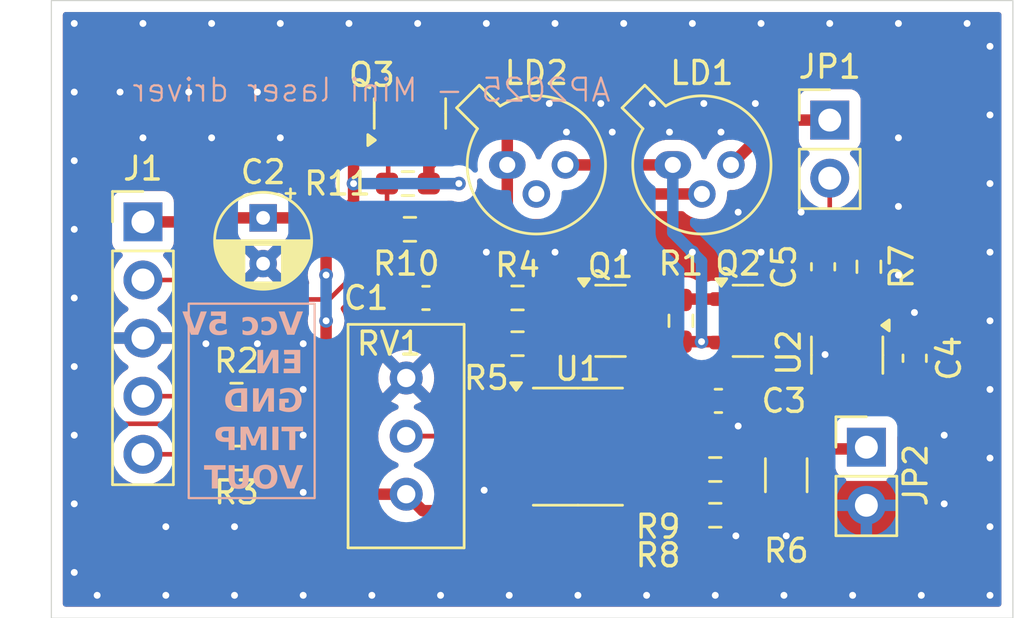
<source format=kicad_pcb>
(kicad_pcb (version 20240108) (generator "pcbnew") (generator_version "8.0")
  (layers (0 "F.Cu" signal) (31 "B.Cu" signal) (34 "B.Paste" user) (35 "F.Paste" user) (36 "B.SilkS" user "B.Silkscreen") (37 "F.SilkS" user "F.Silkscreen") (38 "B.Mask" user) (39 "F.Mask" user) (44 "Edge.Cuts" user))
  (net 0 "")
  (net 1 "Net-(C1-Pad1)")
  (net 2 "Net-(U1A--)")
  (net 3 "VCC")
  (net 4 "GND")
  (net 5 "Net-(JP1-B)")
  (net 6 "V_transimpedance")
  (net 7 "Enable")
  (net 8 "Net-(J1-Pin_4)")
  (net 9 "Net-(J1-Pin_5)")
  (net 10 "Net-(JP1-A)")
  (net 11 "Net-(JP2-A)")
  (net 12 "Net-(LD2-K)")
  (net 13 "Net-(LD2-A)")
  (net 14 "Net-(Q1-C)")
  (net 15 "Net-(Q1-B)")
  (net 16 "Net-(Q3-G)")
  (net 17 "V_amplifier")
  (net 18 "Net-(U1B--)")
  (net 19 "Net-(U1A-+)")
  (footprint "Connector_PinHeader_2.54mm:PinHeader_1x05_P2.54mm_Vertical" (layer "F.Cu") (at 611 36.675)
    (property "Reference" "J1" (at 0 -2.33 360) (layer "F.SilkS"))
    (property "Value" "Conn_01x05_Pin")
    (pad "1" thru_hole rect (at 0 0) (size 1.7 1.7) (drill 1) (layers "*.Cu" "*.Mask") (net 3 "VCC"))
    (pad "2" thru_hole oval (at 0 2.54) (size 1.7 1.7) (drill 1) (layers "*.Cu" "*.Mask") (net 7 "Enable"))
    (pad "3" thru_hole oval (at 0 5.08) (size 1.7 1.7) (drill 1) (layers "*.Cu" "*.Mask") (net 4 "GND"))
    (pad "4" thru_hole oval (at 0 7.62) (size 1.7 1.7) (drill 1) (layers "*.Cu" "*.Mask") (net 8 "Net-(J1-Pin_4)"))
    (pad "5" thru_hole oval (at 0 10.16) (size 1.7 1.7) (drill 1) (layers "*.Cu" "*.Mask") (net 9 "Net-(J1-Pin_5)"))
  )
  (footprint "Resistor_SMD:R_0603_1608Metric_Pad0.98x0.95mm_HandSolder" (layer "F.Cu") (at 615.0875 47 180)
    (property "Reference" "R3" (at 0 -1.5 360) (layer "F.SilkS"))
    (property "Value" "100")
    (pad "1" smd roundrect (at -0.9125 0 180) (size 0.975 0.95) (layers "F.Cu" "F.Paste" "F.Mask") (net 17 "V_amplifier"))
    (pad "2" smd roundrect (at 0.9125 0 180) (size 0.975 0.95) (layers "F.Cu" "F.Paste" "F.Mask") (net 9 "Net-(J1-Pin_5)"))
  )
  (footprint "Resistor_SMD:R_1206_3216Metric_Pad1.30x1.75mm_HandSolder" (layer "F.Cu") (at 639.1 47.75 90)
    (property "Reference" "R6" (at -3.3 0 180) (layer "F.SilkS"))
    (property "Value" "R")
    (pad "1" smd roundrect (at -1.55 0 90) (size 1.3 1.75) (layers "F.Cu" "F.Paste" "F.Mask") (roundrect_rratio 0.192308) (net 4 "GND"))
    (pad "2" smd roundrect (at 1.55 0 90) (size 1.3 1.75) (layers "F.Cu" "F.Paste" "F.Mask") (roundrect_rratio 0.192308) (net 11 "Net-(JP2-A)"))
  )
  (footprint "Resistor_SMD:R_0603_1608Metric_Pad0.98x0.95mm_HandSolder" (layer "F.Cu") (at 622.6625 37)
    (property "Reference" "R10" (at -0.1625 1.5 180) (layer "F.SilkS"))
    (property "Value" "100")
    (pad "1" smd roundrect (at -0.9125 0) (size 0.975 0.95) (layers "F.Cu" "F.Paste" "F.Mask") (net 16 "Net-(Q3-G)"))
    (pad "2" smd roundrect (at 0.9125 0) (size 0.975 0.95) (layers "F.Cu" "F.Paste" "F.Mask") (net 7 "Enable"))
  )
  (footprint "Resistor_SMD:R_0603_1608Metric_Pad0.98x0.95mm_HandSolder" (layer "F.Cu") (at 622.575 35 180)
    (property "Reference" "R11" (at 3.075 0 180) (layer "F.SilkS"))
    (property "Value" "10k")
    (pad "1" smd roundrect (at -0.9125 0 180) (size 0.975 0.95) (layers "F.Cu" "F.Paste" "F.Mask") (net 3 "VCC"))
    (pad "2" smd roundrect (at 0.9125 0 180) (size 0.975 0.95) (layers "F.Cu" "F.Paste" "F.Mask") (net 16 "Net-(Q3-G)"))
  )
  (footprint "Capacitor_THT:CP_Radial_D4.0mm_P2.00mm" (layer "F.Cu") (at 616.25 36.5 -90)
    (property "Reference" "C2" (at -2 0 180) (layer "F.SilkS"))
    (property "Value" "10u")
    (pad "1" thru_hole rect (at 0 0 270) (size 1.2 1.2) (drill 0.6) (layers "*.Cu" "*.Mask") (net 3 "VCC"))
    (pad "2" thru_hole circle (at 2 0 270) (size 1.2 1.2) (drill 0.6) (layers "*.Cu" "*.Mask") (net 4 "GND"))
  )
  (footprint "Resistor_SMD:R_0603_1608Metric_Pad0.98x0.95mm_HandSolder" (layer "F.Cu") (at 627.3625 42)
    (property "Reference" "R5" (at -1.3625 1.5 0) (layer "F.SilkS"))
    (property "Value" "1k")
    (pad "1" smd roundrect (at -0.9125 0) (size 0.975 0.95) (layers "F.Cu" "F.Paste" "F.Mask") (net 2 "Net-(U1A--)"))
    (pad "2" smd roundrect (at 0.9125 0) (size 0.975 0.95) (layers "F.Cu" "F.Paste" "F.Mask") (net 11 "Net-(JP2-A)"))
  )
  (footprint "Capacitor_SMD:C_0603_1608Metric_Pad1.08x0.95mm_HandSolder" (layer "F.Cu") (at 636.1375 44.5)
    (property "Reference" "C3" (at 2.8625 0 360) (layer "F.SilkS"))
    (property "Value" "100n")
    (pad "1" smd roundrect (at -0.8625 0) (size 1.075 0.95) (layers "F.Cu" "F.Paste" "F.Mask") (net 3 "VCC"))
    (pad "2" smd roundrect (at 0.8625 0) (size 1.075 0.95) (layers "F.Cu" "F.Paste" "F.Mask") (net 4 "GND"))
  )
  (footprint "Capacitor_SMD:C_0603_1608Metric_Pad1.08x0.95mm_HandSolder" (layer "F.Cu") (at 644.71 42.6375 90)
    (property "Reference" "C4" (at 0 1.5 90) (layer "F.SilkS"))
    (property "Value" "100n")
    (pad "1" smd roundrect (at -0.8625 0 90) (size 1.075 0.95) (layers "F.Cu" "F.Paste" "F.Mask") (net 3 "VCC"))
    (pad "2" smd roundrect (at 0.8625 0 90) (size 1.075 0.95) (layers "F.Cu" "F.Paste" "F.Mask") (net 4 "GND"))
  )
  (footprint "Package_TO_SOT_SMD:TSOT-23-5" (layer "F.Cu") (at 641.76 42.5 -90)
    (property "Reference" "U2" (at -0.1125 2.55 90) (layer "F.SilkS"))
    (property "Value" "AD8605")
    (pad "1" smd roundrect (at -1.1375 -0.95 270) (size 1.325 0.6) (layers "F.Cu" "F.Paste" "F.Mask") (net 6 "V_transimpedance"))
    (pad "2" smd roundrect (at -1.1375 0 270) (size 1.325 0.6) (layers "F.Cu" "F.Paste" "F.Mask") (net 4 "GND"))
    (pad "3" smd roundrect (at -1.1375 0.95 270) (size 1.325 0.6) (layers "F.Cu" "F.Paste" "F.Mask") (net 4 "GND"))
    (pad "4" smd roundrect (at 1.1375 0.95 270) (size 1.325 0.6) (layers "F.Cu" "F.Paste" "F.Mask") (net 5 "Net-(JP1-B)"))
    (pad "5" smd roundrect (at 1.1375 -0.95 270) (size 1.325 0.6) (layers "F.Cu" "F.Paste" "F.Mask") (net 3 "VCC"))
  )
  (footprint "Resistor_SMD:R_0603_1608Metric_Pad0.98x0.95mm_HandSolder" (layer "F.Cu") (at 627.3625 40)
    (property "Reference" "R4" (at 0 -1.43 0) (layer "F.SilkS"))
    (property "Value" "100")
    (pad "1" smd roundrect (at -0.9125 0) (size 0.975 0.95) (layers "F.Cu" "F.Paste" "F.Mask") (net 1 "Net-(C1-Pad1)"))
    (pad "2" smd roundrect (at 0.9125 0) (size 0.975 0.95) (layers "F.Cu" "F.Paste" "F.Mask") (net 15 "Net-(Q1-B)"))
  )
  (footprint "Resistor_SMD:R_0603_1608Metric_Pad0.98x0.95mm_HandSolder" (layer "F.Cu") (at 636 49.5 180)
    (property "Reference" "R8" (at 2.5 -1.75 360) (layer "F.SilkS"))
    (property "Value" "100k")
    (pad "1" smd roundrect (at -0.9125 0 180) (size 0.975 0.95) (layers "F.Cu" "F.Paste" "F.Mask") (net 4 "GND"))
    (pad "2" smd roundrect (at 0.9125 0 180) (size 0.975 0.95) (layers "F.Cu" "F.Paste" "F.Mask") (net 18 "Net-(U1B--)"))
  )
  (footprint "Package_TO_SOT_SMD:SOT-23" (layer "F.Cu") (at 637.425 41)
    (property "Reference" "Q2" (at -0.425 -2.5 0) (layer "F.SilkS"))
    (property "Value" "MMBT3906")
    (pad "1" smd roundrect (at -0.9375 -0.95) (size 1.475 0.6) (layers "F.Cu" "F.Paste" "F.Mask") (net 14 "Net-(Q1-C)"))
    (pad "2" smd roundrect (at -0.9375 0.95) (size 1.475 0.6) (layers "F.Cu" "F.Paste" "F.Mask") (net 12 "Net-(LD2-K)"))
    (pad "3" smd roundrect (at 0.9375 0) (size 1.475 0.6) (layers "F.Cu" "F.Paste" "F.Mask") (net 11 "Net-(JP2-A)"))
  )
  (footprint "Resistor_SMD:R_0603_1608Metric_Pad0.98x0.95mm_HandSolder" (layer "F.Cu") (at 642.71 38.6375 -90)
    (property "Reference" "R7" (at 0 -1.43 90) (layer "F.SilkS"))
    (property "Value" "100")
    (pad "1" smd roundrect (at -0.9125 0 270) (size 0.975 0.95) (layers "F.Cu" "F.Paste" "F.Mask") (net 5 "Net-(JP1-B)"))
    (pad "2" smd roundrect (at 0.9125 0 270) (size 0.975 0.95) (layers "F.Cu" "F.Paste" "F.Mask") (net 6 "V_transimpedance"))
  )
  (footprint "Resistor_SMD:R_0603_1608Metric_Pad0.98x0.95mm_HandSolder" (layer "F.Cu") (at 615.0875 44.25 180)
    (property "Reference" "R2" (at 0 1.5 360) (layer "F.SilkS"))
    (property "Value" "100")
    (pad "1" smd roundrect (at -0.9125 0 180) (size 0.975 0.95) (layers "F.Cu" "F.Paste" "F.Mask") (net 6 "V_transimpedance"))
    (pad "2" smd roundrect (at 0.9125 0 180) (size 0.975 0.95) (layers "F.Cu" "F.Paste" "F.Mask") (net 8 "Net-(J1-Pin_4)"))
  )
  (footprint "Package_TO_SOT_THT:TO-18-3_Window" (layer "F.Cu") (at 634.144724 34.184724)
    (property "Reference" "LD1" (at 1.27 -4.02 0) (layer "F.SilkS"))
    (property "Value" "D_Laser_Photo_NType")
    (pad "1" thru_hole oval (at 0 0) (size 1.6 1.2) (drill 0.7) (layers "*.Cu" "*.Mask") (net 12 "Net-(LD2-K)"))
    (pad "2" thru_hole circle (at 1.27 1.27) (size 1.2 1.2) (drill 0.7) (layers "*.Cu" "*.Mask") (net 13 "Net-(LD2-A)"))
    (pad "3" thru_hole circle (at 2.54 0) (size 1.2 1.2) (drill 0.7) (layers "*.Cu" "*.Mask") (net 10 "Net-(JP1-A)"))
  )
  (footprint "Package_TO_SOT_SMD:SOT-23" (layer "F.Cu") (at 631.425 41)
    (property "Reference" "Q1" (at 0 -2.4 0) (layer "F.SilkS"))
    (property "Value" "MMBT3904")
    (pad "1" smd roundrect (at -0.9375 -0.95) (size 1.475 0.6) (layers "F.Cu" "F.Paste" "F.Mask") (net 15 "Net-(Q1-B)"))
    (pad "2" smd roundrect (at -0.9375 0.95) (size 1.475 0.6) (layers "F.Cu" "F.Paste" "F.Mask") (net 11 "Net-(JP2-A)"))
    (pad "3" smd roundrect (at 0.9375 0) (size 1.475 0.6) (layers "F.Cu" "F.Paste" "F.Mask") (net 14 "Net-(Q1-C)"))
  )
  (footprint "Connector_PinHeader_2.54mm:PinHeader_1x02_P2.54mm_Vertical" (layer "F.Cu") (at 641 32.225)
    (property "Reference" "JP1" (at 0 -2.33 360) (layer "F.SilkS"))
    (property "Value" "Jumper_2_Bridged")
    (pad "1" thru_hole rect (at 0 0) (size 1.7 1.7) (drill 1) (layers "*.Cu" "*.Mask") (net 10 "Net-(JP1-A)"))
    (pad "2" thru_hole oval (at 0 2.54) (size 1.7 1.7) (drill 1) (layers "*.Cu" "*.Mask") (net 5 "Net-(JP1-B)"))
  )
  (footprint "Package_TO_SOT_SMD:SOT-23" (layer "F.Cu") (at 622.6625 31.9375 90)
    (property "Reference" "Q3" (at 1.6875 -1.6625 180) (layer "F.SilkS"))
    (property "Value" "BSS83P")
    (pad "1" smd roundrect (at -0.9375 -0.95 90) (size 1.475 0.6) (layers "F.Cu" "F.Paste" "F.Mask") (net 16 "Net-(Q3-G)"))
    (pad "2" smd roundrect (at -0.9375 0.95 90) (size 1.475 0.6) (layers "F.Cu" "F.Paste" "F.Mask") (net 3 "VCC"))
    (pad "3" smd roundrect (at 0.9375 0 90) (size 1.475 0.6) (layers "F.Cu" "F.Paste" "F.Mask") (net 13 "Net-(LD2-A)"))
  )
  (footprint "Resistor_SMD:R_0603_1608Metric_Pad0.98x0.95mm_HandSolder" (layer "F.Cu") (at 634.5 41 90)
    (property "Reference" "R1" (at 2.5 0 180) (layer "F.SilkS"))
    (property "Value" "50")
    (pad "1" smd roundrect (at -0.9125 0 90) (size 0.975 0.95) (layers "F.Cu" "F.Paste" "F.Mask") (net 12 "Net-(LD2-K)"))
    (pad "2" smd roundrect (at 0.9125 0 90) (size 0.975 0.95) (layers "F.Cu" "F.Paste" "F.Mask") (net 14 "Net-(Q1-C)"))
  )
  (footprint "Connector_PinHeader_2.54mm:PinHeader_1x02_P2.54mm_Vertical" (layer "F.Cu") (at 642.6 46.525)
    (property "Reference" "JP2" (at 2.15 1.225 90) (layer "F.SilkS"))
    (property "Value" "Jumper_2_Bridged")
    (pad "1" thru_hole rect (at 0 0) (size 1.7 1.7) (drill 1) (layers "*.Cu" "*.Mask") (net 11 "Net-(JP2-A)"))
    (pad "2" thru_hole oval (at 0 2.54) (size 1.7 1.7) (drill 1) (layers "*.Cu" "*.Mask") (net 4 "GND"))
  )
  (footprint "Capacitor_SMD:C_0603_1608Metric_Pad1.08x0.95mm_HandSolder" (layer "F.Cu") (at 623.3625 40 180)
    (property "Reference" "C1" (at 2.6125 0 360) (layer "F.SilkS"))
    (property "Value" "100p")
    (pad "1" smd roundrect (at -0.8625 0 180) (size 1.075 0.95) (layers "F.Cu" "F.Paste" "F.Mask") (net 1 "Net-(C1-Pad1)"))
    (pad "2" smd roundrect (at 0.8625 0 180) (size 1.075 0.95) (layers "F.Cu" "F.Paste" "F.Mask") (net 2 "Net-(U1A--)"))
  )
  (footprint "Potentiometer_THT:Potentiometer_Bourns_3296W_Vertical" (layer "F.Cu") (at 622.5 48.58 -90)
    (property "Reference" "RV1" (at -6.58 0.75 180) (layer "F.SilkS"))
    (property "Value" "R_Potentiometer")
    (pad "1" thru_hole circle (at 0 0 270) (size 1.44 1.44) (drill 0.8) (layers "*.Cu" "*.Mask") (net 3 "VCC"))
    (pad "2" thru_hole circle (at -2.54 0 270) (size 1.44 1.44) (drill 0.8) (layers "*.Cu" "*.Mask") (net 19 "Net-(U1A-+)"))
    (pad "3" thru_hole circle (at -5.08 0 270) (size 1.44 1.44) (drill 0.8) (layers "*.Cu" "*.Mask") (net 4 "GND"))
  )
  (footprint "Package_TO_SOT_THT:TO-18-3_Window" (layer "F.Cu") (at 626.914724 34.184724)
    (property "Reference" "LD2" (at 1.27 -4.02 0) (layer "F.SilkS"))
    (property "Value" "D_Laser_1A3C")
    (pad "1" thru_hole oval (at 0 0) (size 1.6 1.2) (drill 0.7) (layers "*.Cu" "*.Mask") (net 13 "Net-(LD2-A)"))
    (pad "2" thru_hole circle (at 1.27 1.27) (size 1.2 1.2) (drill 0.7) (layers "*.Cu" "*.Mask"))
    (pad "3" thru_hole circle (at 2.54 0) (size 1.2 1.2) (drill 0.7) (layers "*.Cu" "*.Mask") (net 12 "Net-(LD2-K)"))
  )
  (footprint "Package_SO:SOIC-8_3.9x4.9mm_P1.27mm" (layer "F.Cu") (at 630 46.5)
    (property "Reference" "U1" (at 0 -3.4 0) (layer "F.SilkS"))
    (property "Value" "LMV358")
    (pad "1" smd roundrect (at -2.475 -1.905) (size 1.95 0.6) (layers "F.Cu" "F.Paste" "F.Mask") (net 1 "Net-(C1-Pad1)"))
    (pad "2" smd roundrect (at -2.475 -0.635) (size 1.95 0.6) (layers "F.Cu" "F.Paste" "F.Mask") (net 2 "Net-(U1A--)"))
    (pad "3" smd roundrect (at -2.475 0.635) (size 1.95 0.6) (layers "F.Cu" "F.Paste" "F.Mask") (net 19 "Net-(U1A-+)"))
    (pad "4" smd roundrect (at -2.475 1.905) (size 1.95 0.6) (layers "F.Cu" "F.Paste" "F.Mask") (net 4 "GND"))
    (pad "5" smd roundrect (at 2.475 1.905) (size 1.95 0.6) (layers "F.Cu" "F.Paste" "F.Mask") (net 6 "V_transimpedance"))
    (pad "6" smd roundrect (at 2.475 0.635) (size 1.95 0.6) (layers "F.Cu" "F.Paste" "F.Mask") (net 18 "Net-(U1B--)"))
    (pad "7" smd roundrect (at 2.475 -0.635) (size 1.95 0.6) (layers "F.Cu" "F.Paste" "F.Mask") (net 17 "V_amplifier"))
    (pad "8" smd roundrect (at 2.475 -1.905) (size 1.95 0.6) (layers "F.Cu" "F.Paste" "F.Mask") (net 3 "VCC"))
  )
  (footprint "Capacitor_SMD:C_0603_1608Metric_Pad1.08x0.95mm_HandSolder" (layer "F.Cu") (at 640.71 38.6375 -90)
    (property "Reference" "C5" (at 0 1.71 90) (layer "F.SilkS"))
    (property "Value" "100p")
    (pad "1" smd roundrect (at -0.8625 0 270) (size 1.075 0.95) (layers "F.Cu" "F.Paste" "F.Mask") (net 5 "Net-(JP1-B)"))
    (pad "2" smd roundrect (at 0.8625 0 270) (size 1.075 0.95) (layers "F.Cu" "F.Paste" "F.Mask") (net 6 "V_transimpedance"))
  )
  (footprint "Resistor_SMD:R_0603_1608Metric_Pad0.98x0.95mm_HandSolder" (layer "F.Cu") (at 636 47.5 180)
    (property "Reference" "R9" (at 2.5 -2.5 360) (layer "F.SilkS"))
    (property "Value" "100k")
    (pad "1" smd roundrect (at -0.9125 0 180) (size 0.975 0.95) (layers "F.Cu" "F.Paste" "F.Mask") (net 17 "V_amplifier"))
    (pad "2" smd roundrect (at 0.9125 0 180) (size 0.975 0.95) (layers "F.Cu" "F.Paste" "F.Mask") (net 18 "Net-(U1B--)"))
  )
  (gr_rect (start 613 40.25) (end 618.5 48.75) (stroke (width 0.1)) (fill none) (layer "B.SilkS"))
  (gr_rect (start 607 27) (end 649 54) (stroke (width 0.05)) (fill none) (layer "Edge.Cuts"))
  (gr_text "Vcc 5V\nEN\nGND\nTIMP\nVOUT" (at 618 48.5 0) (layer "B.SilkS") (effects (font (size 1 1) (thickness 0.2) (bold yes)) (justify left bottom mirror)))
  (gr_text "AP2025 - Mini laser driver" (at 631.5 31.5 0) (layer "B.SilkS") (effects (font (size 1 1) (thickness 0.1)) (justify left bottom mirror)))
  (segment (start 626.45 40) (end 627.3 40.85) (width 0.2) (layer "F.Cu") (net 1))
  (segment (start 627.3 44.37) (end 627.525 44.595) (width 0.2) (layer "F.Cu") (net 1))
  (segment (start 626.45 40) (end 624.225 40) (width 0.2) (layer "F.Cu") (net 1))
  (segment (start 627.3 40.85) (end 627.3 44.37) (width 0.2) (layer "F.Cu") (net 1))
  (segment (start 624.25 41.25) (end 623 41.25) (width 0.2) (layer "F.Cu") (net 2))
  (segment (start 625 42.75) (end 625 42) (width 0.2) (layer "F.Cu") (net 2))
  (segment (start 627.525 45.865) (end 625.365 45.865) (width 0.2) (layer "F.Cu") (net 2))
  (segment (start 625 43.25) (end 625 42.75) (width 0.2) (layer "F.Cu") (net 2))
  (segment (start 625.75 42) (end 626.45 42) (width 0.2) (layer "F.Cu") (net 2))
  (segment (start 622.5 40.75) (end 622.5 40) (width 0.2) (layer "F.Cu") (net 2))
  (segment (start 625 42) (end 624.25 41.25) (width 0.2) (layer "F.Cu") (net 2))
  (segment (start 625.5 42.25) (end 625.75 42) (width 0.2) (layer "F.Cu") (net 2))
  (segment (start 625.5 42.25) (end 625 42.75) (width 0.2) (layer "F.Cu") (net 2))
  (segment (start 625 45.5) (end 625 43.25) (width 0.2) (layer "F.Cu") (net 2))
  (segment (start 625.365 45.865) (end 625 45.5) (width 0.2) (layer "F.Cu") (net 2))
  (segment (start 623 41.25) (end 622.5 40.75) (width 0.2) (layer "F.Cu") (net 2))
  (segment (start 634.1 44.5) (end 634 44.6) (width 0.5) (layer "F.Cu") (net 3))
  (segment (start 622.5 48.58) (end 619.58 48.58) (width 0.5) (layer "F.Cu") (net 3))
  (segment (start 619 37.8) (end 617.7 36.5) (width 0.5) (layer "F.Cu") (net 3))
  (segment (start 617.7 36.5) (end 619.5 36.5) (width 0.5) (layer "F.Cu") (net 3))
  (segment (start 629.2 49.3) (end 623.22 49.3) (width 0.5) (layer "F.Cu") (net 3))
  (segment (start 620.2 35.8) (end 620.2 35) (width 0.5) (layer "F.Cu") (net 3))
  (segment (start 642.75 29.75) (end 645.635 32.635) (width 0.5) (layer "F.Cu") (net 3))
  (segment (start 645.635 42.575) (end 644.71 43.5) (width 0.5) (layer "F.Cu") (net 3))
  (segment (start 619.5 36.5) (end 620.2 35.8) (width 0.5) (layer "F.Cu") (net 3))
  (segment (start 620.2 35) (end 620.2 30.9) (width 0.5) (layer "F.Cu") (net 3))
  (segment (start 629.75 48.75) (end 629.2 49.3) (width 0.5) (layer "F.Cu") (net 3))
  (segment (start 611 36.675) (end 613.5 36.675) (width 0.5) (layer "F.Cu") (net 3))
  (segment (start 620.2 30.9) (end 621.35 29.75) (width 0.5) (layer "F.Cu") (net 3))
  (segment (start 623.4875 34.2125) (end 623.6125 34.0875) (width 0.5) (layer "F.Cu") (net 3))
  (segment (start 635.275 44.5) (end 634.1 44.5) (width 0.5) (layer "F.Cu") (net 3))
  (segment (start 623.4875 33) (end 623.6125 32.875) (width 0.2) (layer "F.Cu") (net 3))
  (segment (start 632.48 44.6) (end 632.475 44.595) (width 0.5) (layer "F.Cu") (net 3))
  (segment (start 630.405 44.595) (end 629.75 45.25) (width 0.5) (layer "F.Cu") (net 3))
  (segment (start 613.675 36.5) (end 613.5 36.675) (width 0.5) (layer "F.Cu") (net 3))
  (segment (start 619 48) (end 619 41) (width 0.5) (layer "F.Cu") (net 3))
  (segment (start 624.8 35) (end 623.4875 35) (width 0.5) (layer "F.Cu") (net 3))
  (segment (start 616.25 36.5) (end 617.7 36.5) (width 0.5) (layer "F.Cu") (net 3))
  (segment (start 619 39) (end 619 37.8) (width 0.5) (layer "F.Cu") (net 3))
  (segment (start 643.5 43.6375) (end 642.71 43.6375) (width 0.5) (layer "F.Cu") (net 3))
  (segment (start 629.75 45.25) (end 629.75 48.75) (width 0.5) (layer "F.Cu") (net 3))
  (segment (start 643.6375 43.5) (end 643.5 43.6375) (width 0.5) (layer "F.Cu") (net 3))
  (segment (start 623.4875 35) (end 623.4875 34.2125) (width 0.5) (layer "F.Cu") (net 3))
  (segment (start 645.635 32.635) (end 645.635 42.575) (width 0.5) (layer "F.Cu") (net 3))
  (segment (start 621.35 29.75) (end 642.75 29.75) (width 0.5) (layer "F.Cu") (net 3))
  (segment (start 623.6125 34.0875) (end 623.6125 32.875) (width 0.5) (layer "F.Cu") (net 3))
  (segment (start 619.58 48.58) (end 619 48) (width 0.5) (layer "F.Cu") (net 3))
  (segment (start 632.475 44.595) (end 630.405 44.595) (width 0.5) (layer "F.Cu") (net 3))
  (segment (start 623.22 49.3) (end 622.5 48.58) (width 0.5) (layer "F.Cu") (net 3))
  (segment (start 644.71 43.5) (end 643.6375 43.5) (width 0.5) (layer "F.Cu") (net 3))
  (segment (start 634 44.6) (end 632.48 44.6) (width 0.5) (layer "F.Cu") (net 3))
  (segment (start 616.25 36.5) (end 613.675 36.5) (width 0.5) (layer "F.Cu") (net 3))
  (via (at 619 39) (size 0.6) (drill 0.3) (layers "F.Cu" "B.Cu") (net 3))
  (via (at 624.8 35) (size 0.6) (drill 0.3) (layers "F.Cu" "B.Cu") (net 3))
  (via (at 619 41) (size 0.6) (drill 0.3) (layers "F.Cu" "B.Cu") (net 3))
  (via (at 620.2 35) (size 0.6) (drill 0.3) (layers "F.Cu" "B.Cu") (net 3))
  (segment (start 619 41) (end 619 39) (width 0.5) (layer "B.Cu") (net 3))
  (segment (start 620.2 35) (end 624.8 35) (width 0.5) (layer "B.Cu") (net 3))
  (segment (start 637 44.5) (end 637 45.6) (width 0.2) (layer "F.Cu") (net 4))
  (segment (start 640.796326 41.376174) (end 640.81 41.3625) (width 0.2) (layer "F.Cu") (net 4))
  (segment (start 641.76 41.3625) (end 640.81 41.3625) (width 0.2) (layer "F.Cu") (net 4))
  (segment (start 639.1 49.3) (end 637.95 49.3) (width 0.5) (layer "F.Cu") (net 4))
  (segment (start 637.75 49.5) (end 636.9125 49.5) (width 0.5) (layer "F.Cu") (net 4))
  (segment (start 640.796326 42.475001) (end 640.796326 41.376174) (width 0.2) (layer "F.Cu") (net 4))
  (segment (start 636.9125 50.3875) (end 636.9 50.4) (width 0.2) (layer "F.Cu") (net 4))
  (segment (start 636.9125 49.5) (end 636.9125 50.3875) (width 0.2) (layer "F.Cu") (net 4))
  (segment (start 637.95 49.3) (end 637.75 49.5) (width 0.5) (layer "F.Cu") (net 4))
  (segment (start 639.1 49.3) (end 639.1 50.4) (width 0.5) (layer "F.Cu") (net 4))
  (segment (start 644.71 41.775) (end 644.71 40.6475) (width 0.5) (layer "F.Cu") (net 4))
  (segment (start 644.71 40.6475) (end 644.7 40.6375) (width 0.5) (layer "F.Cu") (net 4))
  (segment (start 625.905 48.405) (end 627.525 48.405) (width 0.2) (layer "F.Cu") (net 4))
  (via (at 631.5 32.75) (size 0.6) (drill 0.3) (layers "F.Cu" "B.Cu") (net 4))
  (via (at 608 37) (size 0.6) (drill 0.3) (layers "F.Cu" "B.Cu") (net 4))
  (via (at 639.1 50.4) (size 0.6) (drill 0.3) (layers "F.Cu" "B.Cu") (net 4))
  (via (at 614 33) (size 0.6) (drill 0.3) (layers "F.Cu" "B.Cu") (net 4))
  (via (at 648 41) (size 0.6) (drill 0.3) (layers "F.Cu" "B.Cu") (net 4))
  (via (at 621 53) (size 0.6) (drill 0.3) (layers "F.Cu" "B.Cu") (net 4))
  (via (at 648 35) (size 0.6) (drill 0.3) (layers "F.Cu" "B.Cu") (net 4))
  (via (at 635 38) (size 0.6) (drill 0.3) (layers "F.Cu" "B.Cu") (net 4))
  (via (at 630 53) (size 0.6) (drill 0.3) (layers "F.Cu" "B.Cu") (net 4))
  (via (at 636.25 32.75) (size 0.6) (drill 0.3) (layers "F.Cu" "B.Cu") (net 4))
  (via (at 623 28) (size 0.6) (drill 0.3) (layers "F.Cu" "B.Cu") (net 4))
  (via (at 648 38) (size 0.6) (drill 0.3) (layers "F.Cu" "B.Cu") (net 4))
  (via (at 608 49) (size 0.6) (drill 0.3) (layers "F.Cu" "B.Cu") (net 4))
  (via (at 615 53) (size 0.6) (drill 0.3) (layers "F.Cu" "B.Cu") (net 4))
  (via (at 625.905 48.405) (size 0.6) (drill 0.3) (layers "F.Cu" "B.Cu") (net 4))
  (via (at 608 43) (size 0.6) (drill 0.3) (layers "F.Cu" "B.Cu") (net 4))
  (via (at 616 42) (size 0.6) (drill 0.3) (layers "F.Cu" "B.Cu") (net 4))
  (via (at 618 44) (size 0.6) (drill 0.3) (layers "F.Cu" "B.Cu") (net 4))
  (via (at 638 28) (size 0.6) (drill 0.3) (layers "F.Cu" "B.Cu") (net 4))
  (via (at 642 53) (size 0.6) (drill 0.3) (layers "F.Cu" "B.Cu") (net 4))
  (via (at 612 50) (size 0.6) (drill 0.3) (layers "F.Cu" "B.Cu") (net 4))
  (via (at 639.75 36.25) (size 0.6) (drill 0.3) (layers "F.Cu" "B.Cu") (net 4))
  (via (at 617 33) (size 0.6) (drill 0.3) (layers "F.Cu" "B.Cu") (net 4))
  (via (at 627 53) (size 0.6) (drill 0.3) (layers "F.Cu" "B.Cu") (net 4))
  (via (at 641 28) (size 0.6) (drill 0.3) (layers "F.Cu" "B.Cu") (net 4))
  (via (at 648 44) (size 0.6) (drill 0.3) (layers "F.Cu" "B.Cu") (net 4))
  (via (at 637 45.6) (size 0.6) (drill 0.3) (layers "F.Cu" "B.Cu") (net 4))
  (via (at 609 53) (size 0.6) (drill 0.3) (layers "F.Cu" "B.Cu") (net 4))
  (via (at 634 32.75) (size 0.6) (drill 0.3) (layers "F.Cu" "B.Cu") (net 4))
  (via (at 608 46) (size 0.6) (drill 0.3) (layers "F.Cu" "B.Cu") (net 4))
  (via (at 637.75 31.5) (size 0.6) (drill 0.3) (layers "F.Cu" "B.Cu") (net 4))
  (via (at 612 53) (size 0.6) (drill 0.3) (layers "F.Cu" "B.Cu") (net 4))
  (via (at 644.7 40.6375) (size 0.6) (drill 0.3) (layers "F.Cu" "B.Cu") (net 4))
  (via (at 618 42) (size 0.6) (drill 0.3) (layers "F.Cu" "B.Cu") (net 4))
  (via (at 618 48.5) (size 0.6) (drill 0.3) (layers "F.Cu" "B.Cu") (net 4))
  (via (at 608 40) (size 0.6) (drill 0.3) (layers "F.Cu" "B.Cu") (net 4))
  (via (at 608 28) (size 0.6) (drill 0.3) (layers "F.Cu" "B.Cu") (net 4))
  (via (at 646 49) (size 0.6) (drill 0.3) (layers "F.Cu" "B.Cu") (net 4))
  (via (at 608 34) (size 0.6) (drill 0.3) (layers "F.Cu" "B.Cu") (net 4))
  (via (at 620 28) (size 0.6) (drill 0.3) (layers "F.Cu" "B.Cu") (net 4))
  (via (at 638 38) (size 0.6) (drill 0.3) (layers "F.Cu" "B.Cu") (net 4))
  (via (at 648 32) (size 0.6) (drill 0.3) (layers "F.Cu" "B.Cu") (net 4))
  (via (at 644 28) (size 0.6) (drill 0.3) (layers "F.Cu" "B.Cu") (net 4))
  (via (at 631 31.5) (size 0.6) (drill 0.3) (layers "F.Cu" "B.Cu") (net 4))
  (via (at 608 52) (size 0.6) (drill 0.3) (layers "F.Cu" "B.Cu") (net 4))
  (via (at 646 46) (size 0.6) (drill 0.3) (layers "F.Cu" "B.Cu") (net 4))
  (via (at 632 38) (size 0.6) (drill 0.3) (layers "F.Cu" "B.Cu") (net 4))
  (via (at 611 28) (size 0.6) (drill 0.3) (layers "F.Cu" "B.Cu") (net 4))
  (via (at 618 46) (size 0.6) (drill 0.3) (layers "F.Cu" "B.Cu") (net 4))
  (via (at 616 31) (size 0.6) (drill 0.3) (layers "F.Cu" "B.Cu") (net 4))
  (via (at 633 53) (size 0.6) (drill 0.3) (layers "F.Cu" "B.Cu") (net 4))
  (via (at 645 53) (size 0.6) (drill 0.3) (layers "F.Cu" "B.Cu") (net 4))
  (via (at 644 36) (size 0.6) (drill 0.3) (layers "F.Cu" "B.Cu") (net 4))
  (via (at 632 28) (size 0.6) (drill 0.3) (layers "F.Cu" "B.Cu") (net 4))
  (via (at 644 33) (size 0.6) (drill 0.3) (layers "F.Cu" "B.Cu") (net 4))
  (via (at 628.75 31.5) (size 0.6) (drill 0.3) (layers "F.Cu" "B.Cu") (net 4))
  (via (at 614 28) (size 0.6) (drill 0.3) (layers "F.Cu" "B.Cu") (net 4))
  (via (at 617 28) (size 0.6) (drill 0.3) (layers "F.Cu" "B.Cu") (net 4))
  (via (at 629 28) (size 0.6) (drill 0.3) (layers "F.Cu" "B.Cu") (net 4))
  (via (at 648 47) (size 0.6) (drill 0.3) (layers "F.Cu" "B.Cu") (net 4))
  (via (at 648 50) (size 0.6) (drill 0.3) (layers "F.Cu" "B.Cu") (net 4))
  (via (at 611 33) (size 0.6) (drill 0.3) (layers "F.Cu" "B.Cu") (net 4))
  (via (at 624 53) (size 0.6) (drill 0.3) (layers "F.Cu" "B.Cu") (net 4))
  (via (at 637 36.25) (size 0.6) (drill 0.3) (layers "F.Cu" "B.Cu") (net 4))
  (via (at 613 31) (size 0.6) (drill 0.3) (layers "F.Cu" "B.Cu") (net 4))
  (via (at 626 38) (size 0.6) (drill 0.3) (layers "F.Cu" "B.Cu") (net 4))
  (via (at 613.75 42) (size 0.6) (drill 0.3) (layers "F.Cu" "B.Cu") (net 4))
  (via (at 610 31) (size 0.6) (drill 0.3) (layers "F.Cu" "B.Cu") (net 4))
  (via (at 608 31) (size 0.6) (drill 0.3) (layers "F.Cu" "B.Cu") (net 4))
  (via (at 648 53) (size 0.6) (drill 0.3) (layers "F.Cu" "B.Cu") (net 4))
  (via (at 629 38) (size 0.6) (drill 0.3) (layers "F.Cu" "B.Cu") (net 4))
  (via (at 635.5 31.5) (size 0.6) (drill 0.3) (layers "F.Cu" "B.Cu") (net 4))
  (via (at 639 53) (size 0.6) (drill 0.3) (layers "F.Cu" "B.Cu") (net 4))
  (via (at 636 53) (size 0.6) (drill 0.3) (layers "F.Cu" "B.Cu") (net 4))
  (via (at 636.9 50.4) (size 0.6) (drill 0.3) (layers "F.Cu" "B.Cu") (net 4))
  (via (at 644 39) (size 0.6) (drill 0.3) (layers "F.Cu" "B.Cu") (net 4))
  (via (at 626 28) (size 0.6) (drill 0.3) (layers "F.Cu" "B.Cu") (net 4))
  (via (at 635 28) (size 0.6) (drill 0.3) (layers "F.Cu" "B.Cu") (net 4))
  (via (at 615 50) (size 0.6) (drill 0.3) (layers "F.Cu" "B.Cu") (net 4))
  (via (at 618 53) (size 0.6) (drill 0.3) (layers "F.Cu" "B.Cu") (net 4))
  (via (at 629.5 32.75) (size 0.6) (drill 0.3) (layers "F.Cu" "B.Cu") (net 4))
  (via (at 648 29) (size 0.6) (drill 0.3) (layers "F.Cu" "B.Cu") (net 4))
  (via (at 640.796326 42.475001) (size 0.6) (drill 0.3) (layers "F.Cu" "B.Cu") (net 4))
  (via (at 647 28) (size 0.6) (drill 0.3) (layers "F.Cu" "B.Cu") (net 4))
  (via (at 633.25 31.5) (size 0.6) (drill 0.3) (layers "F.Cu" "B.Cu") (net 4))
  (segment (start 642.71 37.725) (end 640.76 37.725) (width 0.2) (layer "F.Cu") (net 5))
  (segment (start 640.81 43.6375) (end 640.21 43.6375) (width 0.2) (layer "F.Cu") (net 5))
  (segment (start 640.71 36.69) (end 641 36.4) (width 0.2) (layer "F.Cu") (net 5))
  (segment (start 641 35.29) (end 641 36.4) (width 0.2) (layer "F.Cu") (net 5))
  (segment (start 639.8 38.685) (end 640.71 37.775) (width 0.2) (layer "F.Cu") (net 5))
  (segment (start 640.76 37.725) (end 640.71 37.775) (width 0.2) (layer "F.Cu") (net 5))
  (segment (start 640.71 37.775) (end 640.71 36.69) (width 0.2) (layer "F.Cu") (net 5))
  (segment (start 639.8 43.2275) (end 639.8 38.685) (width 0.2) (layer "F.Cu") (net 5))
  (segment (start 640.21 43.6375) (end 639.8 43.2275) (width 0.2) (layer "F.Cu") (net 5))
  (segment (start 645 45.975) (end 645 49.75) (width 0.2) (layer "F.Cu") (net 6))
  (segment (start 642.71 41.3625) (end 642.71 39.55) (width 0.2) (layer "F.Cu") (net 6))
  (segment (start 634 51) (end 633.25 51) (width 0.2) (layer "F.Cu") (net 6))
  (segment (start 611 51) (end 609.25 49.25) (width 0.2) (layer "F.Cu") (net 6))
  (segment (start 642.71 41.3625) (end 642.71 42.29) (width 0.2) (layer "F.Cu") (net 6))
  (segment (start 614.75 45.5) (end 616 44.25) (width 0.2) (layer "F.Cu") (net 6))
  (segment (start 644.025 45) (end 645 45.975) (width 0.2) (layer "F.Cu") (net 6))
  (segment (start 610.25 45.5) (end 614.75 45.5) (width 0.2) (layer "F.Cu") (net 6))
  (segment (start 640.71 39.5) (end 642.66 39.5) (width 0.2) (layer "F.Cu") (net 6))
  (segment (start 633.25 51) (end 632.475 50.225) (width 0.2) (layer "F.Cu") (net 6))
  (segment (start 643.75 51) (end 634 51) (width 0.2) (layer "F.Cu") (net 6))
  (segment (start 632.475 50.225) (end 632.475 48.405) (width 0.2) (layer "F.Cu") (net 6))
  (segment (start 609.25 49.25) (end 609.25 46.5) (width 0.2) (layer "F.Cu") (net 6))
  (segment (start 645 49.75) (end 643.75 51) (width 0.2) (layer "F.Cu") (net 6))
  (segment (start 642.4 45) (end 644.025 45) (width 0.2) (layer "F.Cu") (net 6))
  (segment (start 609.25 46.5) (end 610.25 45.5) (width 0.2) (layer "F.Cu") (net 6))
  (segment (start 641.9 44.5) (end 642.4 45) (width 0.2) (layer "F.Cu") (net 6))
  (segment (start 634 51) (end 611 51) (width 0.2) (layer "F.Cu") (net 6))
  (segment (start 641.9 43.1) (end 641.9 44.5) (width 0.2) (layer "F.Cu") (net 6))
  (segment (start 642.71 42.29) (end 641.9 43.1) (width 0.2) (layer "F.Cu") (net 6))
  (segment (start 642.66 39.5) (end 642.71 39.55) (width 0.2) (layer "F.Cu") (net 6))
  (segment (start 613.15 39.215) (end 614 40.065) (width 0.2) (layer "F.Cu") (net 7))
  (segment (start 621 38.2) (end 623 38.2) (width 0.2) (layer "F.Cu") (net 7))
  (segment (start 614 40.065) (end 619.135 40.065) (width 0.2) (layer "F.Cu") (net 7))
  (segment (start 611 39.215) (end 613.15 39.215) (width 0.2) (layer "F.Cu") (net 7))
  (segment (start 623 38.2) (end 623.575 37.625) (width 0.2) (layer "F.Cu") (net 7))
  (segment (start 619.135 40.065) (end 621 38.2) (width 0.2) (layer "F.Cu") (net 7))
  (segment (start 623.575 37.625) (end 623.575 37) (width 0.2) (layer "F.Cu") (net 7))
  (segment (start 611 44.295) (end 614.13 44.295) (width 0.2) (layer "F.Cu") (net 8))
  (segment (start 614.13 44.295) (end 614.175 44.25) (width 0.2) (layer "F.Cu") (net 8))
  (segment (start 614.01 46.835) (end 614.175 47) (width 0.2) (layer "F.Cu") (net 9))
  (segment (start 611 46.835) (end 614.01 46.835) (width 0.2) (layer "F.Cu") (net 9))
  (segment (start 641 32.225) (end 638.644448 32.225) (width 0.5) (layer "F.Cu") (net 10))
  (segment (start 638.119448 32.75) (end 636.684724 34.184724) (width 0.5) (layer "F.Cu") (net 10))
  (segment (start 638.644448 32.225) (end 638.119448 32.75) (width 0.5) (layer "F.Cu") (net 10))
  (segment (start 628.275 42) (end 630.4375 42) (width 0.5) (layer "F.Cu") (net 11))
  (segment (start 641.2 46.6) (end 642.525 46.6) (width 0.5) (layer "F.Cu") (net 11))
  (segment (start 638.3625 41.8375) (end 637.1 43.1) (width 0.5) (layer "F.Cu") (net 11))
  (segment (start 633 42.5) (end 632.45 41.95) (width 0.5) (layer "F.Cu") (net 11))
  (segment (start 633.5 43) (end 632.6 42.1) (width 0.2) (layer "F.Cu") (net 11))
  (segment (start 639.1 46.2) (end 639.1 44) (width 0.5) (layer "F.Cu") (net 11))
  (segment (start 639.1 46.2) (end 640.8 46.2) (width 0.5) (layer "F.Cu") (net 11))
  (segment (start 632.45 41.95) (end 630.4875 41.95) (width 0.5) (layer "F.Cu") (net 11))
  (segment (start 639.1 44) (end 638.2 43.1) (width 0.5) (layer "F.Cu") (net 11))
  (segment (start 630.4375 42) (end 630.4875 41.95) (width 0.5) (layer "F.Cu") (net 11))
  (segment (start 640.8 46.2) (end 641.2 46.6) (width 0.5) (layer "F.Cu") (net 11))
  (segment (start 633.6 43.1) (end 633 42.5) (width 0.5) (layer "F.Cu") (net 11))
  (segment (start 637.1 43.1) (end 636.3 43.1) (width 0.5) (layer "F.Cu") (net 11))
  (segment (start 630.35 41.95) (end 630.3 42) (width 0.2) (layer "F.Cu") (net 11))
  (segment (start 633 42.5) (end 632.6 42.1) (width 0.5) (layer "F.Cu") (net 11))
  (segment (start 630.4875 41.95) (end 630.35 41.95) (width 0.2) (layer "F.Cu") (net 11))
  (segment (start 636.3 43.1) (end 633.6 43.1) (width 0.5) (layer "F.Cu") (net 11))
  (segment (start 636.3 43.1) (end 638.2 43.1) (width 0.5) (layer "F.Cu") (net 11))
  (segment (start 642.525 46.6) (end 642.6 46.525) (width 0.5) (layer "F.Cu") (net 11))
  (segment (start 638.3625 41) (end 638.3625 41.8375) (width 0.5) (layer "F.Cu") (net 11))
  (segment (start 634.5 41.9125) (end 636.45 41.9125) (width 0.5) (layer "F.Cu") (net 12))
  (segment (start 629.454724 34.184724) (end 634.144724 34.184724) (width 0.5) (layer "F.Cu") (net 12))
  (segment (start 636.45 41.9125) (end 636.4875 41.95) (width 0.5) (layer "F.Cu") (net 12))
  (via (at 635.4 41.9125) (size 0.6) (drill 0.3) (layers "F.Cu" "B.Cu") (net 12))
  (segment (start 635.4 38.4) (end 634.144724 37.144724) (width 0.5) (layer "B.Cu") (net 12))
  (segment (start 635.4 41.9125) (end 635.4 38.4) (width 0.5) (layer "B.Cu") (net 12))
  (segment (start 634.144724 37.144724) (end 634.144724 34.184724) (width 0.5) (layer "B.Cu") (net 12))
  (segment (start 622.6625 31) (end 626.1 31) (width 0.5) (layer "F.Cu") (net 13))
  (segment (start 626.9 31.8) (end 626.9 32.2) (width 0.5) (layer "F.Cu") (net 13))
  (segment (start 626.914724 36.114724) (end 626.914724 34.184724) (width 0.5) (layer "F.Cu") (net 13))
  (segment (start 630.845276 35.454724) (end 629.5 36.8) (width 0.5) (layer "F.Cu") (net 13))
  (segment (start 626.9 32.2) (end 626.914724 32.214724) (width 0.5) (layer "F.Cu") (net 13))
  (segment (start 635.414724 35.454724) (end 630.845276 35.454724) (width 0.5) (layer "F.Cu") (net 13))
  (segment (start 627.6 36.8) (end 626.914724 36.114724) (width 0.5) (layer "F.Cu") (net 13))
  (segment (start 629.5 36.8) (end 627.6 36.8) (width 0.5) (layer "F.Cu") (net 13))
  (segment (start 626.914724 32.214724) (end 626.914724 34.184724) (width 0.5) (layer "F.Cu") (net 13))
  (segment (start 626.1 31) (end 626.9 31.8) (width 0.5) (layer "F.Cu") (net 13))
  (segment (start 626.914724 32.414724) (end 626.914724 34.184724) (width 0.2) (layer "F.Cu") (net 13))
  (segment (start 633.5875 41) (end 634.5 40.0875) (width 0.5) (layer "F.Cu") (net 14))
  (segment (start 634.5375 40.05) (end 634.5 40.0875) (width 0.5) (layer "F.Cu") (net 14))
  (segment (start 632.3625 41) (end 633.5875 41) (width 0.5) (layer "F.Cu") (net 14))
  (segment (start 636.4875 40.05) (end 634.5375 40.05) (width 0.5) (layer "F.Cu") (net 14))
  (segment (start 630.4875 40.05) (end 628.325 40.05) (width 0.5) (layer "F.Cu") (net 15))
  (segment (start 628.325 40.05) (end 628.275 40) (width 0.5) (layer "F.Cu") (net 15))
  (segment (start 621.6625 36.9125) (end 621.75 37) (width 0.2) (layer "F.Cu") (net 16))
  (segment (start 621.7125 34.95) (end 621.6625 35) (width 0.2) (layer "F.Cu") (net 16))
  (segment (start 621.7125 32.875) (end 621.7125 34.95) (width 0.2) (layer "F.Cu") (net 16))
  (segment (start 621.6625 35) (end 621.6625 36.9125) (width 0.2) (layer "F.Cu") (net 16))
  (segment (start 629.75 50.25) (end 630.75 49.25) (width 0.2) (layer "F.Cu") (net 17))
  (segment (start 636.9125 47.5) (end 636.9125 46.4125) (width 0.2) (layer "F.Cu") (net 17))
  (segment (start 616 49.5) (end 616.75 50.25) (width 0.2) (layer "F.Cu") (net 17))
  (segment (start 636.9125 46.4125) (end 636.365 45.865) (width 0.2) (layer "F.Cu") (net 17))
  (segment (start 632.475 45.865) (end 636.365 45.865) (width 0.2) (layer "F.Cu") (net 17))
  (segment (start 630.75 47) (end 631.885 45.865) (width 0.2) (layer "F.Cu") (net 17))
  (segment (start 616.75 50.25) (end 629.75 50.25) (width 0.2) (layer "F.Cu") (net 17))
  (segment (start 630.75 49.25) (end 630.75 47) (width 0.2) (layer "F.Cu") (net 17))
  (segment (start 616 47) (end 616 49.5) (width 0.2) (layer "F.Cu") (net 17))
  (segment (start 631.885 45.865) (end 632.475 45.865) (width 0.2) (layer "F.Cu") (net 17))
  (segment (start 632.475 47.135) (end 634 47.135) (width 0.2) (layer "F.Cu") (net 18))
  (segment (start 635.0875 47.5) (end 635.0875 49.5) (width 0.2) (layer "F.Cu") (net 18))
  (segment (start 635.04375 47.45625) (end 634.32125 47.45625) (width 0.2) (layer "F.Cu") (net 18))
  (segment (start 635.0875 47.5) (end 635.04375 47.45625) (width 0.2) (layer "F.Cu") (net 18))
  (segment (start 634.32125 47.45625) (end 634 47.135) (width 0.2) (layer "F.Cu") (net 18))
  (segment (start 622.5 46.04) (end 623.79 46.04) (width 0.2) (layer "F.Cu") (net 19))
  (segment (start 623.79 46.04) (end 624.885 47.135) (width 0.2) (layer "F.Cu") (net 19))
  (segment (start 623 46.04) (end 623.79 46.04) (width 0.2) (layer "F.Cu") (net 19))
  (segment (start 622.5 46.54) (end 623 46.04) (width 0.2) (layer "F.Cu") (net 19))
  (segment (start 624.885 47.135) (end 627.525 47.135) (width 0.2) (layer "F.Cu") (net 19))
  (zone (net 4) (net_name "GND") (layer "F.Cu") (priority 1) (connect_pads (clearance 0.5)) (min_thickness 0.25) (fill yes (thermal_gap 0.5) (thermal_bridge_width 0.5))
    (polygon (pts (xy 649 54) (xy 607 54) (xy 607 27) (xy 649 27)))
  )
  (zone (net 4) (net_name "GND") (layer "F.Cu") (priority 4) (connect_pads yes (clearance 0.5)) (min_thickness 0.25) (fill yes (thermal_gap 0.5) (thermal_bridge_width 0.5))
    (polygon (pts (xy 636.25 43.75) (xy 638 43.75) (xy 638.5 44.25) (xy 638.5 45.25) (xy 637.75 45.25) (xy 637.75 46.25) (xy 637.25 46.25) (xy 636.25 45.5)))
  )
  (zone (net 4) (net_name "GND") (layer "F.Cu") (priority 2) (connect_pads yes (clearance 0.5)) (min_thickness 0.25) (fill yes (thermal_gap 0.5) (thermal_bridge_width 0.5))
    (polygon (pts (xy 638.25 48) (xy 637.75 48.5) (xy 636.25 48.5) (xy 636.25 50.5) (xy 643.5 50.5) (xy 644.5 49.5) (xy 644.5 48)))
  )
  (zone (net 4) (net_name "GND") (layer "F.Cu") (priority 3) (connect_pads yes (clearance 0.5)) (min_thickness 0.25) (fill yes (thermal_gap 0.5) (thermal_bridge_width 0.5))
    (polygon (pts (xy 645.25 42.5) (xy 645.25 40) (xy 643.75 40) (xy 643.5 40.75) (xy 643.5 42.5)))
  )
  (zone (net 4) (net_name "GND") (layer "B.Cu") (connect_pads (clearance 0.5)) (min_thickness 0.25) (fill yes (thermal_gap 0.5) (thermal_bridge_width 0.5))
    (polygon (pts (xy 649 54) (xy 649 27) (xy 607 27) (xy 607 54)))
  )
)
</source>
